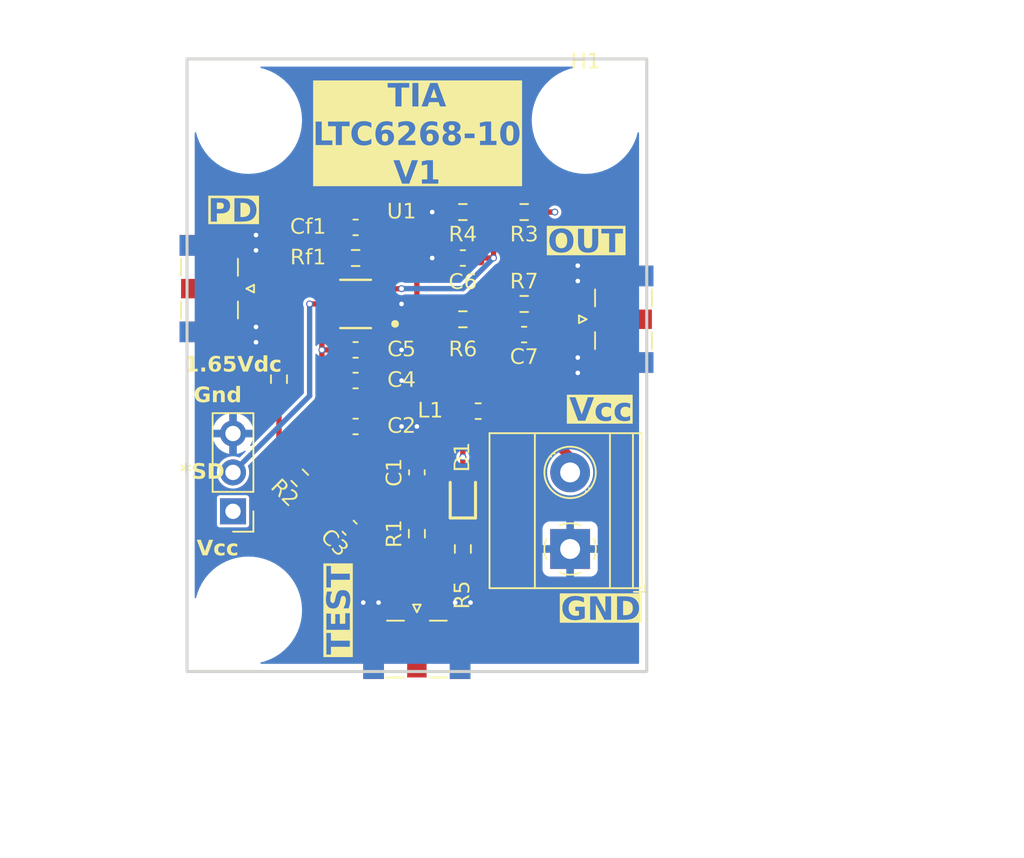
<source format=kicad_pcb>
(kicad_pcb (version 20240108) (generator "pcbnew") (generator_version "8.0")
  (layers (0 "F.Cu" signal) (1 "In1.Cu" signal) (2 "In2.Cu" signal) (31 "B.Cu" signal) (34 "B.Paste" user) (35 "F.Paste" user) (36 "B.SilkS" user "B.Silkscreen") (37 "F.SilkS" user "F.Silkscreen") (38 "B.Mask" user) (39 "F.Mask" user) (44 "Edge.Cuts" user))
  (net 0 "")
  (net 1 "GND")
  (net 2 "Net-(C1-Pad1)")
  (net 3 "Net-(J3-In)")
  (net 4 "VCC")
  (net 5 "Net-(C3-Pad2)")
  (net 6 "Net-(U1-+IN)")
  (net 7 "Net-(J4-In)")
  (net 8 "Net-(U1-OUT)")
  (net 9 "Net-(J1-In)")
  (net 10 "Net-(D1-K)")
  (net 11 "Net-(J2-Pin_2)")
  (net 12 "/Shutdown_L")
  (net 13 "Net-(JP1-A)")
  (net 14 "Net-(C7-Pad1)")
  (footprint "Connector_Coaxial:SMA_Samtec_SMA-J-P-X-ST-EM1_EdgeMount" (layer "F.Cu") (at 135.257501 70 90)
    (property "Reference" "J4")
    (property "Value" "OUT")
    (fp_line (start 0.25 -2.76) (end -0.25 -2.76) (stroke (width 0.12)) (layer "F.SilkS"))
    (fp_line (start -0.25 -2.76) (end 0 -2.26) (stroke (width 0.12)) (layer "F.SilkS"))
    (fp_line (start 0 -2.26) (end 0.25 -2.76) (stroke (width 0.12)) (layer "F.SilkS"))
    (fp_line (start 0.84 -1.71) (end 1.95 -1.71) (stroke (width 0.12)) (layer "F.SilkS"))
    (fp_line (start -1.95 -1.71) (end -0.84 -1.71) (stroke (width 0.12)) (layer "F.SilkS"))
    (fp_line (start 0.84 2) (end 1.95 2) (stroke (width 0.12)) (layer "F.SilkS"))
    (fp_line (start -1.95 2) (end -0.84 2) (stroke (width 0.12)) (layer "F.SilkS"))
    (pad "1" smd rect (at 0 0.199999 90) (size 1.27 3.6) (layers "F.Cu" "F.Paste" "F.Mask") (net 7 "Net-(J4-In)"))
    (pad "2" smd rect (at -2.825 0 90) (size 1.35 4.2) (layers "F.Cu" "F.Paste" "F.Mask") (net 1 "GND"))
    (pad "2" smd rect (at -2.825 0 90) (size 1.35 4.2) (layers "B.Cu" "B.Paste" "B.Mask") (net 1 "GND"))
    (pad "2" smd rect (at 2.825 0 90) (size 1.35 4.2) (layers "F.Cu" "F.Paste" "F.Mask") (net 1 "GND"))
    (pad "2" smd rect (at 2.825 0 90) (size 1.35 4.2) (layers "B.Cu" "B.Paste" "B.Mask") (net 1 "GND"))
  )
  (footprint "Resistor_SMD:R_0603_1608Metric_Pad0.98x0.95mm_HandSolder" (layer "F.Cu") (at 128.920001 69)
    (property "Reference" "R7" (at 0 -1.43 0) (layer "F.SilkS"))
    (property "Value" "0")
    (fp_line (start -0.254724 -0.5225) (end 0.254724 -0.5225) (stroke (width 0.12)) (layer "F.SilkS"))
    (fp_line (start -0.254724 0.5225) (end 0.254724 0.5225) (stroke (width 0.12)) (layer "F.SilkS"))
    (pad "1" smd roundrect (at -0.9125 0) (size 0.975 0.95) (layers "F.Cu" "F.Paste" "F.Mask") (net 14 "Net-(C7-Pad1)"))
    (pad "2" smd roundrect (at 0.9125 0) (size 0.975 0.95) (layers "F.Cu" "F.Paste" "F.Mask") (net 7 "Net-(J4-In)"))
  )
  (footprint "Capacitor_SMD:C_0603_1608Metric_Pad1.08x0.95mm_HandSolder" (layer "F.Cu") (at 117.920001 74)
    (property "Reference" "C4" (at 3 0 0) (layer "F.SilkS") (effects (font (thickness 0.153))))
    (property "Value" "1uF")
    (fp_line (start -0.146267 -0.51) (end 0.146267 -0.51) (stroke (width 0.12)) (layer "F.SilkS"))
    (fp_line (start -0.146267 0.51) (end 0.146267 0.51) (stroke (width 0.12)) (layer "F.SilkS"))
    (pad "1" smd roundrect (at -0.8625 0) (size 1.075 0.95) (layers "F.Cu" "F.Paste" "F.Mask") (net 4 "VCC"))
    (pad "2" smd roundrect (at 0.8625 0) (size 1.075 0.95) (layers "F.Cu" "F.Paste" "F.Mask") (net 1 "GND"))
  )
  (footprint "TerminalBlock_Phoenix:TerminalBlock_Phoenix_MKDS-1,5-2_1x02_P5.00mm_Horizontal" (layer "F.Cu") (at 131.920001 85 90)
    (property "Reference" "J2")
    (property "Value" "Vout")
    (fp_line (start 7.56 -5.261) (end 7.56 4.66) (stroke (width 0.12)) (layer "F.SilkS"))
    (fp_line (start -2.56 -5.261) (end 7.56 -5.261) (stroke (width 0.12)) (layer "F.SilkS"))
    (fp_line (start -2.56 -5.261) (end -2.56 4.66) (stroke (width 0.12)) (layer "F.SilkS"))
    (fp_line (start -2.56 -2.301) (end 7.56 -2.301) (stroke (width 0.12)) (layer "F.SilkS"))
    (fp_line (start 6.07 -1.275) (end 6.035 -1.239) (stroke (width 0.12)) (layer "F.SilkS"))
    (fp_line (start 6.275 -1.069) (end 6.228 -1.023) (stroke (width 0.12)) (layer "F.SilkS"))
    (fp_line (start 3.773 1.023) (end 3.726 1.069) (stroke (width 0.12)) (layer "F.SilkS"))
    (fp_line (start 3.966 1.239) (end 3.931 1.274) (stroke (width 0.12)) (layer "F.SilkS"))
    (fp_line (start -2.56 2.6) (end 7.56 2.6) (stroke (width 0.12)) (layer "F.SilkS"))
    (fp_line (start -2.56 4.1) (end 7.56 4.1) (stroke (width 0.12)) (layer "F.SilkS"))
    (fp_line (start -2.8 4.16) (end -2.8 4.9) (stroke (width 0.12)) (layer "F.SilkS"))
    (fp_line (start -2.56 4.66) (end 7.56 4.66) (stroke (width 0.12)) (layer "F.SilkS"))
    (fp_line (start -2.8 4.9) (end -2.3 4.9) (stroke (width 0.12)) (layer "F.SilkS"))
    (fp_arc (start -0.683042 -1.535427) (mid 0.000524 -1.680501) (end 0.684 -1.535) (stroke (width 0.12)) (layer "F.SilkS"))
    (fp_arc (start 1.535427 -0.683042) (mid 1.680501 0.000524) (end 1.535 0.684) (stroke (width 0.12)) (layer "F.SilkS"))
    (fp_arc (start -1.535427 0.683042) (mid -1.680501 -0.000524) (end -1.535 -0.684) (stroke (width 0.12)) (layer "F.SilkS"))
    (fp_arc (start 0.683318 1.534756) (mid 0.349292 1.643288) (end 0 1.68) (stroke (width 0.12)) (layer "F.SilkS"))
    (fp_arc (start 0.028805 1.680253) (mid -0.335551 1.646659) (end -0.684 1.535) (stroke (width 0.12)) (layer "F.SilkS"))
    (fp_circle (center 5 0) (end 6.68 0) (stroke (width 0.12)) (fill none) (layer "F.SilkS"))
    (pad "1" thru_hole rect (at 0 0 90) (size 2.6 2.6) (drill 1.3) (layers "*.Cu" "*.Mask") (net 1 "GND"))
    (pad "2" thru_hole circle (at 5 0 90) (size 2.6 2.6) (drill 1.3) (layers "*.Cu" "*.Mask") (net 11 "Net-(J2-Pin_2)"))
  )
  (footprint "MountingHole:MountingHole_3.2mm_M3_DIN965" (layer "F.Cu") (at 110.920001 89)
    (property "Reference" "H2" (hide yes))
    (property "Value" "M3")
    (pad "" np_thru_hole circle (at 0 0) (size 3.2 3.2) (drill 3.2) (layers "*.Cu" "*.Mask"))
  )
  (footprint "Resistor_SMD:R_0603_1608Metric_Pad0.98x0.95mm_HandSolder" (layer "F.Cu") (at 128.920001 63 180)
    (property "Reference" "R3" (at 0 -1.5 180) (layer "F.SilkS") (effects (font (thickness 0.153))))
    (property "Value" "20k")
    (fp_line (start -0.254724 0.5225) (end 0.254724 0.5225) (stroke (width 0.12)) (layer "F.SilkS"))
    (fp_line (start -0.254724 -0.5225) (end 0.254724 -0.5225) (stroke (width 0.12)) (layer "F.SilkS"))
    (pad "1" smd roundrect (at -0.9125 0 180) (size 0.975 0.95) (layers "F.Cu" "F.Paste" "F.Mask") (net 4 "VCC"))
    (pad "2" smd roundrect (at 0.9125 0 180) (size 0.975 0.95) (layers "F.Cu" "F.Paste" "F.Mask") (net 6 "Net-(U1-+IN)"))
  )
  (footprint "LumiCom_TIA:TSOT-23_S6_LIT" (layer "F.Cu") (at 117.920001 69 180)
    (property "Reference" "U1" (at -3 6 0) (layer "F.SilkS") (effects (font (thickness 0.153))))
    (property "Value" "LTC6268-10-SOT23")
    (fp_line (start 1.0033 -1.5748) (end -1.0033 -1.5748) (stroke (width 0.1524)) (layer "F.SilkS"))
    (fp_line (start -1.0033 1.5748) (end 1.0033 1.5748) (stroke (width 0.1524)) (layer "F.SilkS"))
    (fp_circle (center -2.574999 -1.3) (end -2.449998 -1.3) (stroke (width 0.25)) (fill none) (layer "F.SilkS"))
    (pad "1" smd rect (at -1.311651 -0.950001 180) (size 0.870699 0.5072) (layers "F.Cu" "F.Paste" "F.Mask") (net 8 "Net-(U1-OUT)"))
    (pad "2" smd rect (at -1.311651 0 180) (size 0.870699 0.5072) (layers "F.Cu" "F.Paste" "F.Mask") (net 1 "GND"))
    (pad "3" smd rect (at -1.311651 0.950001 180) (size 0.870699 0.5072) (layers "F.Cu" "F.Paste" "F.Mask") (net 6 "Net-(U1-+IN)"))
    (pad "4" smd rect (at 1.311651 0.950001 180) (size 0.870699 0.5072) (layers "F.Cu" "F.Paste" "F.Mask") (net 9 "Net-(J1-In)"))
    (pad "5" smd rect (at 1.311651 0 180) (size 0.870699 0.5072) (layers "F.Cu" "F.Paste" "F.Mask") (net 12 "/Shutdown_L"))
    (pad "6" smd rect (at 1.311651 -0.950001 180) (size 0.870699 0.5072) (layers "F.Cu" "F.Paste" "F.Mask") (net 4 "VCC"))
  )
  (footprint "Inductor_SMD:L_0603_1608Metric_Pad1.05x0.95mm_HandSolder" (layer "F.Cu") (at 125.920001 76 180)
    (property "Reference" "L1" (at 3.125 0 180) (layer "F.SilkS"))
    (property "Value" "BLM18BA100SN1D")
    (fp_line (start -0.171268 0.51) (end 0.171268 0.51) (stroke (width 0.12)) (layer "F.SilkS"))
    (fp_line (start -0.171268 -0.51) (end 0.171268 -0.51) (stroke (width 0.12)) (layer "F.SilkS"))
    (pad "1" smd roundrect (at -0.874999 0 180) (size 1.05 0.95) (layers "F.Cu" "F.Paste" "F.Mask") (net 11 "Net-(J2-Pin_2)"))
    (pad "2" smd roundrect (at 0.874999 0 180) (size 1.05 0.95) (layers "F.Cu" "F.Paste" "F.Mask") (net 4 "VCC"))
  )
  (footprint "Capacitor_SMD:C_0603_1608Metric_Pad1.08x0.95mm_HandSolder" (layer "F.Cu") (at 117.920001 72)
    (property "Reference" "C5" (at 3 0 0) (layer "F.SilkS") (effects (font (thickness 0.153))))
    (property "Value" "100nF")
    (fp_line (start -0.146267 -0.51) (end 0.146267 -0.51) (stroke (width 0.12)) (layer "F.SilkS"))
    (fp_line (start -0.146267 0.51) (end 0.146267 0.51) (stroke (width 0.12)) (layer "F.SilkS"))
    (pad "1" smd roundrect (at -0.862501 0) (size 1.075 0.95) (layers "F.Cu" "F.Paste" "F.Mask") (net 4 "VCC"))
    (pad "2" smd roundrect (at 0.862501 0) (size 1.075 0.95) (layers "F.Cu" "F.Paste" "F.Mask") (net 1 "GND"))
  )
  (footprint "Capacitor_SMD:C_0603_1608Metric_Pad1.08x0.95mm_HandSolder" (layer "F.Cu") (at 128.920001 71)
    (property "Reference" "C7" (at 0 1.5 0) (layer "F.SilkS") (effects (font (thickness 0.153))))
    (property "Value" "1uF")
    (fp_line (start -0.146267 -0.51) (end 0.146267 -0.51) (stroke (width 0.12)) (layer "F.SilkS"))
    (fp_line (start -0.146267 0.51) (end 0.146267 0.51) (stroke (width 0.12)) (layer "F.SilkS"))
    (pad "1" smd roundrect (at -0.8625 0) (size 1.075 0.95) (layers "F.Cu" "F.Paste" "F.Mask") (net 14 "Net-(C7-Pad1)"))
    (pad "2" smd roundrect (at 0.8625 0) (size 1.075 0.95) (layers "F.Cu" "F.Paste" "F.Mask") (net 7 "Net-(J4-In)"))
  )
  (footprint "Connector_Coaxial:SMA_Samtec_SMA-J-P-X-ST-EM1_EdgeMount" (layer "F.Cu") (at 108.530001 68 -90)
    (property "Reference" "J1")
    (property "Value" "IN")
    (fp_line (start -1.95 2) (end -0.84 2) (stroke (width 0.12)) (layer "F.SilkS"))
    (fp_line (start 0.84 2) (end 1.95 2) (stroke (width 0.12)) (layer "F.SilkS"))
    (fp_line (start -1.95 -1.71) (end -0.84 -1.71) (stroke (width 0.12)) (layer "F.SilkS"))
    (fp_line (start 0.84 -1.71) (end 1.95 -1.71) (stroke (width 0.12)) (layer "F.SilkS"))
    (fp_line (start 0 -2.26) (end 0.25 -2.76) (stroke (width 0.12)) (layer "F.SilkS"))
    (fp_line (start -0.25 -2.76) (end 0 -2.26) (stroke (width 0.12)) (layer "F.SilkS"))
    (fp_line (start 0.25 -2.76) (end -0.25 -2.76) (stroke (width 0.12)) (layer "F.SilkS"))
    (pad "1" smd rect (at 0 0.199999 270) (size 1.27 3.6) (layers "F.Cu" "F.Paste" "F.Mask") (net 9 "Net-(J1-In)"))
    (pad "2" smd rect (at -2.825 0 270) (size 1.35 4.2) (layers "F.Cu" "F.Paste" "F.Mask") (net 1 "GND"))
    (pad "2" smd rect (at -2.825 0 270) (size 1.35 4.2) (layers "B.Cu" "B.Paste" "B.Mask") (net 1 "GND"))
    (pad "2" smd rect (at 2.825 0 270) (size 1.35 4.2) (layers "F.Cu" "F.Paste" "F.Mask") (net 1 "GND"))
    (pad "2" smd rect (at 2.825 0 270) (size 1.35 4.2) (layers "B.Cu" "B.Paste" "B.Mask") (net 1 "GND"))
  )
  (footprint "Capacitor_SMD:C_0603_1608Metric_Pad1.08x0.95mm_HandSolder" (layer "F.Cu") (at 117.529881 83.60988 135)
    (property "Reference" "C3" (at 0 -1.43 -45) (layer "F.SilkS") (effects (font (thickness 0.153))))
    (property "Value" "1uF")
    (fp_line (start -0.146267 -0.51) (end 0.146267 -0.51) (stroke (width 0.12)) (layer "F.SilkS"))
    (fp_line (start -0.146267 0.51) (end 0.146267 0.51) (stroke (width 0.12)) (layer "F.SilkS"))
    (pad "1" smd roundrect (at -0.862501 0 135) (size 1.075 0.95) (layers "F.Cu" "F.Paste" "F.Mask") (net 3 "Net-(J3-In)"))
    (pad "2" smd roundrect (at 0.862501 0 135) (size 1.075 0.95) (layers "F.Cu" "F.Paste" "F.Mask") (net 5 "Net-(C3-Pad2)"))
  )
  (footprint "MountingHole:MountingHole_3.2mm_M3_DIN965" (layer "F.Cu") (at 132.920001 57)
    (property "Reference" "H1" (at 0 -3.8 0) (layer "F.SilkS"))
    (property "Value" "M3")
    (pad "" np_thru_hole circle (at 0 0) (size 3.2 3.2) (drill 3.2) (layers "*.Cu" "*.Mask"))
  )
  (footprint "Connector_Coaxial:SMA_Samtec_SMA-J-P-X-ST-EM1_EdgeMount" (layer "F.Cu") (at 121.920001 91.39)
    (property "Reference" "J3")
    (property "Value" "TEST")
    (fp_line (start -1.95 -1.71) (end -0.84 -1.71) (stroke (width 0.12)) (layer "F.SilkS"))
    (fp_line (start -1.95 2) (end -0.84 2) (stroke (width 0.12)) (layer "F.SilkS"))
    (fp_line (start -0.25 -2.76) (end 0 -2.26) (stroke (width 0.12)) (layer "F.SilkS"))
    (fp_line (start 0 -2.26) (end 0.25 -2.76) (stroke (width 0.12)) (layer "F.SilkS"))
    (fp_line (start 0.25 -2.76) (end -0.25 -2.76) (stroke (width 0.12)) (layer "F.SilkS"))
    (fp_line (start 0.84 -1.71) (end 1.95 -1.71) (stroke (width 0.12)) (layer "F.SilkS"))
    (fp_line (start 0.84 2) (end 1.95 2) (stroke (width 0.12)) (layer "F.SilkS"))
    (pad "1" smd rect (at 0 0.199999) (size 1.27 3.6) (layers "F.Cu" "F.Paste" "F.Mask") (net 3 "Net-(J3-In)"))
    (pad "2" smd rect (at -2.825 0) (size 1.35 4.2) (layers "F.Cu" "F.Paste" "F.Mask") (net 1 "GND"))
    (pad "2" smd rect (at -2.825 0) (size 1.35 4.2) (layers "B.Cu" "B.Paste" "B.Mask") (net 1 "GND"))
    (pad "2" smd rect (at 2.825 0) (size 1.35 4.2) (layers "F.Cu" "F.Paste" "F.Mask") (net 1 "GND"))
    (pad "2" smd rect (at 2.825 0) (size 1.35 4.2) (layers "B.Cu" "B.Paste" "B.Mask") (net 1 "GND"))
  )
  (footprint "Capacitor_SMD:C_0603_1608Metric_Pad1.08x0.95mm_HandSolder" (layer "F.Cu") (at 121.920001 80 90)
    (property "Reference" "C1" (at 0 -1.43 -90) (layer "F.SilkS") (effects (font (thickness 0.153))))
    (property "Value" "1uF")
    (fp_line (start -0.146267 -0.51) (end 0.146267 -0.51) (stroke (width 0.12)) (layer "F.SilkS"))
    (fp_line (start -0.146267 0.51) (end 0.146267 0.51) (stroke (width 0.12)) (layer "F.SilkS"))
    (pad "1" smd roundrect (at -0.862501 0 90) (size 1.075 0.95) (layers "F.Cu" "F.Paste" "F.Mask") (net 2 "Net-(C1-Pad1)"))
    (pad "2" smd roundrect (at 0.862501 0 90) (size 1.075 0.95) (layers "F.Cu" "F.Paste" "F.Mask") (net 1 "GND"))
  )
  (footprint "LumiCom_TIA:LEDC1608X80N" (layer "F.Cu") (at 124.920001 81.4 90)
    (property "Reference" "D1" (at 2.4 0 -90) (layer "F.SilkS") (effects (font (thickness 0.254))))
    (property "Value" "150060VS75000 " (hide yes))
    (fp_line (start 0.75 -0.825) (end -1.575 -0.825) (stroke (width 0.2)) (layer "F.SilkS"))
    (fp_line (start -1.575 -0.825) (end -1.575 0.825) (stroke (width 0.2)) (layer "F.SilkS"))
    (fp_line (start -1.575 0.825) (end 0.75 0.825) (stroke (width 0.2)) (layer "F.SilkS"))
    (pad "1" smd rect (at -0.75 0 180) (size 0.95 0.95) (layers "F.Cu" "F.Paste" "F.Mask") (net 10 "Net-(D1-K)"))
    (pad "2" smd rect (at 0.75 0 180) (size 0.95 0.95) (layers "F.Cu" "F.Paste" "F.Mask") (net 4 "VCC"))
  )
  (footprint "Capacitor_SMD:C_0603_1608Metric_Pad1.08x0.95mm_HandSolder" (layer "F.Cu") (at 117.920001 77)
    (property "Reference" "C2" (at 3 0 0) (layer "F.SilkS"))
    (property "Value" "10uF")
    (fp_line (start -0.146267 -0.51) (end 0.146267 -0.51) (stroke (width 0.12)) (layer "F.SilkS"))
    (fp_line (start -0.146267 0.51) (end 0.146267 0.51) (stroke (width 0.12)) (layer "F.SilkS"))
    (pad "1" smd roundrect (at -0.8625 0) (size 1.075 0.95) (layers "F.Cu" "F.Paste" "F.Mask") (net 4 "VCC"))
    (pad "2" smd roundrect (at 0.8625 0) (size 1.075 0.95) (layers "F.Cu" "F.Paste" "F.Mask") (net 1 "GND"))
  )
  (footprint "Resistor_SMD:R_0603_1608Metric_Pad0.98x0.95mm_HandSolder" (layer "F.Cu") (at 124.920001 70)
    (property "Reference" "R6" (at 0 2 0) (layer "F.SilkS"))
    (property "Value" "50")
    (fp_line (start -0.254724 -0.5225) (end 0.254724 -0.5225) (stroke (width 0.12)) (layer "F.SilkS"))
    (fp_line (start -0.254724 0.5225) (end 0.254724 0.5225) (stroke (width 0.12)) (layer "F.SilkS"))
    (pad "1" smd roundrect (at -0.9125 0) (size 0.975 0.95) (layers "F.Cu" "F.Paste" "F.Mask") (net 8 "Net-(U1-OUT)"))
    (pad "2" smd roundrect (at 0.9125 0) (size 0.975 0.95) (layers "F.Cu" "F.Paste" "F.Mask") (net 14 "Net-(C7-Pad1)"))
  )
  (footprint "MountingHole:MountingHole_3.2mm_M3_DIN965" (layer "F.Cu") (at 110.920001 57)
    (property "Reference" "H3" (hide yes))
    (property "Value" "M3")
    (pad "" np_thru_hole circle (at 0 0) (size 3.2 3.2) (drill 3.2) (layers "*.Cu" "*.Mask"))
  )
  (footprint "Resistor_SMD:R_0603_1608Metric_Pad0.98x0.95mm_HandSolder" (layer "F.Cu") (at 114.274766 80.354765 135)
    (property "Reference" "R2" (at 0 -1.43 -45) (layer "F.SilkS") (effects (font (thickness 0.153))))
    (property "Value" "4.02K")
    (fp_line (start -0.254724 -0.5225) (end 0.254724 -0.5225) (stroke (width 0.12)) (layer "F.SilkS"))
    (fp_line (start -0.254724 0.5225) (end 0.254724 0.5225) (stroke (width 0.12)) (layer "F.SilkS"))
    (pad "1" smd roundrect (at -0.9125 0 135) (size 0.975 0.95) (layers "F.Cu" "F.Paste" "F.Mask") (net 5 "Net-(C3-Pad2)"))
    (pad "2" smd roundrect (at 0.9125 0 135) (size 0.975 0.95) (layers "F.Cu" "F.Paste" "F.Mask") (net 13 "Net-(JP1-A)"))
  )
  (footprint "Resistor_SMD:R_0603_1608Metric_Pad0.98x0.95mm_HandSolder" (layer "F.Cu") (at 112.920001 73.9125 90)
    (property "Reference" "JP1" (hide yes))
    (property "Value" "Test")
    (fp_line (start -0.254724 -0.5225) (end 0.254724 -0.5225) (stroke (width 0.12)) (layer "F.SilkS"))
    (fp_line (start -0.254724 0.5225) (end 0.254724 0.5225) (stroke (width 0.12)) (layer "F.SilkS"))
    (pad "1" smd roundrect (at -0.9125 0 90) (size 0.975 0.95) (layers "F.Cu" "F.Paste" "F.Mask") (net 13 "Net-(JP1-A)"))
    (pad "2" smd roundrect (at 0.9125 0 90) (size 0.975 0.95) (layers "F.Cu" "F.Paste" "F.Mask") (net 9 "Net-(J1-In)"))
  )
  (footprint "Resistor_SMD:R_0603_1608Metric_Pad0.98x0.95mm_HandSolder" (layer "F.Cu") (at 124.920001 85 -90)
    (property "Reference" "R5" (at 3 0 90) (layer "F.SilkS"))
    (property "Value" "1k2")
    (fp_line (start -0.254724 0.5225) (end 0.254724 0.5225) (stroke (width 0.12)) (layer "F.SilkS"))
    (fp_line (start -0.254724 -0.5225) (end 0.254724 -0.5225) (stroke (width 0.12)) (layer "F.SilkS"))
    (pad "1" smd roundrect (at -0.9125 0 270) (size 0.975 0.95) (layers "F.Cu" "F.Paste" "F.Mask") (net 10 "Net-(D1-K)"))
    (pad "2" smd roundrect (at 0.9125 0 270) (size 0.975 0.95) (layers "F.Cu" "F.Paste" "F.Mask") (net 1 "GND"))
  )
  (footprint "Resistor_SMD:R_0603_1608Metric_Pad0.98x0.95mm_HandSolder" (layer "F.Cu") (at 124.920001 63 180)
    (property "Reference" "R4" (at 0 -1.5 180) (layer "F.SilkS") (effects (font (thickness 0.153))))
    (property "Value" "20k")
    (fp_line (start -0.254724 0.5225) (end 0.254724 0.5225) (stroke (width 0.12)) (layer "F.SilkS"))
    (fp_line (start -0.254724 -0.5225) (end 0.254724 -0.5225) (stroke (width 0.12)) (layer "F.SilkS"))
    (pad "1" smd roundrect (at -0.9125 0 180) (size 0.975 0.95) (layers "F.Cu" "F.Paste" "F.Mask") (net 6 "Net-(U1-+IN)"))
    (pad "2" smd roundrect (at 0.9125 0 180) (size 0.975 0.95) (layers "F.Cu" "F.Paste" "F.Mask") (net 1 "GND"))
  )
  (footprint "Resistor_SMD:R_0603_1608Metric_Pad0.98x0.95mm_HandSolder" (layer "F.Cu") (at 117.920001 66)
    (property "Reference" "Rf1" (at -3.1 0 0) (layer "F.SilkS") (effects (font (thickness 0.153))))
    (property "Value" "10K")
    (fp_line (start -0.254724 -0.5225) (end 0.254724 -0.5225) (stroke (width 0.12)) (layer "F.SilkS"))
    (fp_line (start -0.254724 0.5225) (end 0.254724 0.5225) (stroke (width 0.12)) (layer "F.SilkS"))
    (pad "1" smd roundrect (at -0.9125 0) (size 0.975 0.95) (layers "F.Cu" "F.Paste" "F.Mask") (net 9 "Net-(J1-In)"))
    (pad "2" smd roundrect (at 0.9125 0) (size 0.975 0.95) (layers "F.Cu" "F.Paste" "F.Mask") (net 8 "Net-(U1-OUT)"))
  )
  (footprint "Connector_PinHeader_2.54mm:PinHeader_1x03_P2.54mm_Vertical" (layer "F.Cu") (at 109.920001 82.54 180)
    (property "Reference" "SD_L1" (hide yes))
    (property "Value" "SD_L")
    (fp_line (start 1.33 1.270001) (end 1.33 6.409999) (stroke (width 0.12)) (layer "F.SilkS"))
    (fp_line (start -1.33 6.409999) (end 1.33 6.409999) (stroke (width 0.12)) (layer "F.SilkS"))
    (fp_line (start -1.33 1.270001) (end 1.33 1.270001) (stroke (width 0.12)) (layer "F.SilkS"))
    (fp_line (start -1.33 1.270001) (end -1.33 6.409999) (stroke (width 0.12)) (layer "F.SilkS"))
    (fp_line (start -1.33 0) (end -1.33 -1.33) (stroke (width 0.12)) (layer "F.SilkS"))
    (fp_line (start -1.33 -1.33) (end 0 -1.33) (stroke (width 0.12)) (layer "F.SilkS"))
    (pad "1" thru_hole rect (at 0 0 180) (size 1.7 1.7) (drill 1) (layers "*.Cu" "*.Mask") (net 4 "VCC"))
    (pad "2" thru_hole oval (at 0 2.54 180) (size 1.7 1.7) (drill 1) (layers "*.Cu" "*.Mask") (net 12 "/Shutdown_L"))
    (pad "3" thru_hole oval (at 0 5.079999 180) (size 1.7 1.7) (drill 1) (layers "*.Cu" "*.Mask") (net 1 "GND"))
  )
  (footprint "Resistor_SMD:R_0603_1608Metric_Pad0.98x0.95mm_HandSolder" (layer "F.Cu") (at 121.920001 84 90)
    (property "Reference" "R1" (at 0 -1.43 -90) (layer "F.SilkS") (effects (font (thickness 0.153))))
    (property "Value" "50")
    (fp_line (start -0.254724 -0.5225) (end 0.254724 -0.5225) (stroke (width 0.12)) (layer "F.SilkS"))
    (fp_line (start -0.254724 0.5225) (end 0.254724 0.5225) (stroke (width 0.12)) (layer "F.SilkS"))
    (pad "1" smd roundrect (at -0.9125 0 90) (size 0.975 0.95) (layers "F.Cu" "F.Paste" "F.Mask") (net 3 "Net-(J3-In)"))
    (pad "2" smd roundrect (at 0.9125 0 90) (size 0.975 0.95) (layers "F.Cu" "F.Paste" "F.Mask") (net 2 "Net-(C1-Pad1)"))
  )
  (footprint "Capacitor_SMD:C_0603_1608Metric_Pad1.08x0.95mm_HandSolder" (layer "F.Cu") (at 124.920001 66 180)
    (property "Reference" "C6" (at 0 -1.6 180) (layer "F.SilkS") (effects (font (thickness 0.153))))
    (property "Value" "10uF")
    (fp_line (start -0.146267 0.51) (end 0.146267 0.51) (stroke (width 0.12)) (layer "F.SilkS"))
    (fp_line (start -0.146267 -0.51) (end 0.146267 -0.51) (stroke (width 0.12)) (layer "F.SilkS"))
    (pad "1" smd roundrect (at -0.8625 0 180) (size 1.075 0.95) (layers "F.Cu" "F.Paste" "F.Mask") (net 6 "Net-(U1-+IN)"))
    (pad "2" smd roundrect (at 0.8625 0 180) (size 1.075 0.95) (layers "F.Cu" "F.Paste" "F.Mask") (net 1 "GND"))
  )
  (footprint "Capacitor_SMD:C_0603_1608Metric_Pad1.08x0.95mm_HandSolder" (layer "F.Cu") (at 117.920001 64)
    (property "Reference" "Cf1" (at -3.1 0 0) (layer "F.SilkS") (effects (font (thickness 0.153))))
    (property "Value" "10uF")
    (fp_line (start -0.146267 -0.51) (end 0.146267 -0.51) (stroke (width 0.12)) (layer "F.SilkS"))
    (fp_line (start -0.146267 0.51) (end 0.146267 0.51) (stroke (width 0.12)) (layer "F.SilkS"))
    (pad "1" smd roundrect (at -0.8625 0) (size 1.075 0.95) (layers "F.Cu" "F.Paste" "F.Mask") (net 9 "Net-(J1-In)"))
    (pad "2" smd roundrect (at 0.8625 0) (size 1.075 0.95) (layers "F.Cu" "F.Paste" "F.Mask") (net 8 "Net-(U1-OUT)"))
  )
  (gr_rect (start 106.920001 53) (end 136.920001 93) (stroke (width 0.2)) (fill none) (layer "Edge.Cuts"))
  (gr_text "1.65Vdc" (at 109.920001 73 0) (layer "F.SilkS") (effects (font (size 1 1) (thickness 0.25) (bold yes))))
  (gr_text "Gnd" (at 108.920001 75 0) (layer "F.SilkS") (effects (font (size 1 1) (thickness 0.25) (bold yes))))
  (gr_text "*SD" (at 107.920001 80 0) (layer "F.SilkS") (effects (font (size 1 1) (thickness 0.25) (bold yes))))
  (gr_text "Vcc" (at 133.920001 76 0) (layer "F.SilkS" knockout) (effects (font (size 1.5 1.5) (thickness 0.3) (bold yes) (italic yes))))
  (gr_text "OUT" (at 132.920001 65 0) (layer "F.SilkS" knockout) (effects (font (size 1.5 1.5) (thickness 0.3) (bold yes) (italic yes))))
  (gr_text "TIA\nLTC6268-10\nV1" (at 121.920001 58 0) (layer "F.SilkS" knockout) (effects (font (size 1.5 1.5) (thickness 0.3) (bold yes) (italic yes))))
  (gr_text "GND" (at 133.920001 89 0) (layer "F.SilkS" knockout) (effects (font (size 1.5 1.5) (thickness 0.3) (bold yes) (italic yes))))
  (gr_text "PD" (at 109.920001 63 0) (layer "F.SilkS" knockout) (effects (font (size 1.5 1.5) (thickness 0.3) (bold yes) (italic yes))))
  (gr_text "Vcc" (at 108.920001 85 0) (layer "F.SilkS") (effects (font (size 1 1) (thickness 0.25) (bold yes))))
  (gr_text "TEST" (at 116.920001 89 90) (layer "F.SilkS" knockout) (effects (font (size 1.5 1.5) (thickness 0.3) (bold yes) (italic yes))))
  (segment (start 108.855001 65.5) (end 108.530001 65.175) (width 0.3493) (layer "F.Cu") (net 1))
  (segment (start 111.420001 70.5) (end 108.855001 70.5) (width 0.3493) (layer "F.Cu") (net 1))
  (segment (start 135.810001 72.825) (end 135.485001 72.5) (width 0.3493) (layer "F.Cu") (net 1))
  (segment (start 132.420001 67.5) (end 135.485001 67.5) (width 0.3493) (layer "F.Cu") (net 1))
  (segment (start 135.485001 72.5) (end 132.420001 72.5) (width 0.3493) (layer "F.Cu") (net 1))
  (segment (start 120.920001 72) (end 118.782502 72) (width 0.3493) (layer "F.Cu") (net 1))
  (segment (start 135.485001 67.5) (end 135.810001 67.175) (width 0.3493) (layer "F.Cu") (net 1))
  (segment (start 125.420001 90.715) (end 124.745001 91.39) (width 0.3493) (layer "F.Cu") (net 1))
  (segment (start 122.920001 63) (end 124.007501 63) (width 0.3493) (layer "F.Cu") (net 1))
  (segment (start 108.855001 70.5) (end 108.530001 70.825) (width 0.3493) (layer "F.Cu") (net 1))
  (segment (start 125.420001 88.5) (end 125.420001 90.715) (width 0.3493) (layer "F.Cu") (net 1))
  (segment (start 111.420001 64.5) (end 109.205001 64.5) (width 0.3493) (layer "F.Cu") (net 1))
  (segment (start 118.782501 77) (end 120.920001 77) (width 0.3493) (layer "F.Cu") (net 1))
  (segment (start 135.135001 73.5) (end 135.810001 72.825) (width 0.3493) (layer "F.Cu") (net 1))
  (segment (start 111.420001 71.5) (end 109.205001 71.5) (width 0.3493) (layer "F.Cu") (net 1))
  (segment (start 109.205001 71.5) (end 108.530001 70.825) (width 0.3493) (layer "F.Cu") (net 1))
  (segment (start 124.420001 88.5) (end 124.420001 91.065) (width 0.3493) (layer "F.Cu") (net 1))
  (segment (start 118.420001 90.715) (end 119.095001 91.39) (width 0.3493) (layer "F.Cu") (net 1))
  (segment (start 111.420001 65.5) (end 108.855001 65.5) (width 0.3493) (layer "F.Cu") (net 1))
  (segment (start 135.135001 66.5) (end 132.420001 66.5) (width 0.3493) (layer "F.Cu") (net 1))
  (segment (start 124.420001 91.065) (end 124.745001 91.39) (width 0.3493) (layer "F.Cu") (net 1))
  (segment (start 109.205001 64.5) (end 108.530001 65.175) (width 0.3493) (layer "F.Cu") (net 1))
  (segment (start 119.420001 88.5) (end 119.420001 91.065) (width 0.3493) (layer "F.Cu") (net 1))
  (segment (start 121.920001 79.137499) (end 121.920001 77) (width 0.3493) (layer "F.Cu") (net 1))
  (segment (start 135.810001 67.175) (end 135.135001 66.5) (width 0.3493) (layer "F.Cu") (net 1))
  (segment (start 119.420001 91.065) (end 119.095001 91.39) (width 0.3493) (layer "F.Cu") (net 1))
  (segment (start 122.920001 66) (end 124.057501 66) (width 0.3493) (layer "F.Cu") (net 1))
  (segment (start 119.231652 69) (end 120.920001 69) (width 0.3493) (layer "F.Cu") (net 1))
  (segment (start 118.420001 88.5) (end 118.420001 90.715) (width 0.3493) (layer "F.Cu") (net 1))
  (segment (start 124.920001 88) (end 124.420001 88.5) (width 0.3493) (layer "F.Cu") (net 1))
  (segment (start 120.920001 74) (end 118.782501 74) (width 0.3493) (layer "F.Cu") (net 1))
  (segment (start 132.420001 73.5) (end 135.135001 73.5) (width 0.3493) (layer "F.Cu") (net 1))
  (segment (start 124.920001 85.9125) (end 124.920001 88) (width 0.3493) (layer "F.Cu") (net 1))
  (via (at 132.420001 66.5) (size 0.45) (drill 0.3) (layers "F.Cu" "B.Cu") (net 1))
  (via (at 132.420001 67.5) (size 0.45) (drill 0.3) (layers "F.Cu" "B.Cu") (net 1))
  (via (at 132.420001 73.5) (size 0.45) (drill 0.3) (layers "F.Cu" "B.Cu") (net 1))
  (via (at 122.920001 66) (size 0.45) (drill 0.3) (layers "F.Cu" "B.Cu") (net 1))
  (via (at 118.420001 88.5) (size 0.45) (drill 0.3) (layers "F.Cu" "B.Cu") (net 1))
  (via (at 120.920001 74) (size 0.45) (drill 0.3) (layers "F.Cu" "B.Cu") (net 1))
  (via (at 120.920001 72) (size 0.45) (drill 0.3) (layers "F.Cu" "B.Cu") (net 1))
  (via (at 111.420001 64.5) (size 0.45) (drill 0.3) (layers "F.Cu" "B.Cu") (net 1))
  (via (at 120.920001 69) (size 0.45) (drill 0.3) (layers "F.Cu" "B.Cu") (net 1))
  (via (at 121.920001 77) (size 0.45) (drill 0.3) (layers "F.Cu" "B.Cu") (net 1))
  (via (at 132.420001 72.5) (size 0.45) (drill 0.3) (layers "F.Cu" "B.Cu") (net 1))
  (via (at 124.420001 88.5) (size 0.45) (drill 0.3) (layers "F.Cu" "B.Cu") (net 1))
  (via (at 125.420001 88.5) (size 0.45) (drill 0.3) (layers "F.Cu" "B.Cu") (net 1))
  (via (at 122.920001 63) (size 0.45) (drill 0.3) (layers "F.Cu" "B.Cu") (net 1))
  (via (at 119.420001 88.5) (size 0.45) (drill 0.3) (layers "F.Cu" "B.Cu") (net 1))
  (via (at 111.420001 70.5) (size 0.45) (drill 0.3) (layers "F.Cu" "B.Cu") (net 1))
  (via (at 120.920001 77) (size 0.45) (drill 0.3) (layers "F.Cu" "B.Cu") (net 1))
  (via (at 111.420001 65.5) (size 0.45) (drill 0.3) (layers "F.Cu" "B.Cu") (net 1))
  (via (at 111.420001 71.5) (size 0.45) (drill 0.3) (layers "F.Cu" "B.Cu") (net 1))
  (segment (start 121.920001 83.0875) (end 121.920001 80.862501) (width 0.3493) (layer "F.Cu") (net 2))
  (segment (start 121.920001 84.9125) (end 118.832501 84.9125) (width 0.3493) (layer "F.Cu") (net 3))
  (segment (start 121.920001 90.09) (end 121.920001 84.9125) (width 0.3493) (layer "F.Cu") (net 3))
  (segment (start 118.832501 84.9125) (end 118.139761 84.21976) (width 0.3493) (layer "F.Cu") (net 3))
  (segment (start 115.920001 74) (end 115.720001 74.2) (width 0.3493) (layer "F.Cu") (net 4))
  (segment (start 116.920001 77) (end 115.720001 75.8) (width 0.3493) (layer "F.Cu") (net 4))
  (segment (start 124.920001 76.125001) (end 125.045002 76) (width 0.3493) (layer "F.Cu") (net 4))
  (segment (start 115.720001 70.3) (end 116.07 69.950001) (width 0.3493) (layer "F.Cu") (net 4))
  (segment (start 116.07 69.950001) (end 116.60835 69.950001) (width 0.3493) (layer "F.Cu") (net 4))
  (segment (start 124.920001 79) (end 124.920001 76.125001) (width 0.3493) (layer "F.Cu") (net 4))
  (segment (start 129.832501 63) (end 130.920001 63) (width 0.3493) (layer "F.Cu") (net 4))
  (segment (start 117.057501 74) (end 115.920001 74) (width 0.3493) (layer "F.Cu") (net 4))
  (segment (start 115.720001 74.2) (end 115.720001 73.8) (width 0.3493) (layer "F.Cu") (net 4))
  (segment (start 124.920001 80.65) (end 124.920001 79) (width 0.3493) (layer "F.Cu") (net 4))
  (segment (start 115.720001 73.8) (end 115.720001 72) (width 0.3493) (layer "F.Cu") (net 4))
  (segment (start 115.720001 72) (end 117.0575 72) (width 0.3493) (layer "F.Cu") (net 4))
  (segment (start 115.720001 72) (end 115.720001 70.3) (width 0.3493) (layer "F.Cu") (net 4))
  (segment (start 115.720001 75.8) (end 115.720001 73.8) (width 0.3493) (layer "F.Cu") (net 4))
  (segment (start 117.057501 77) (end 116.920001 77) (width 0.3493) (layer "F.Cu") (net 4))
  (via (at 124.920001 79) (size 0.45) (drill 0.3) (layers "F.Cu" "B.Cu") (net 4))
  (via (at 130.920001 63) (size 0.45) (drill 0.3) (layers "F.Cu" "B.Cu") (net 4))
  (via (at 115.720001 72) (size 0.45) (drill 0.3) (layers "F.Cu" "B.Cu") (net 4))
  (segment (start 116.920001 83) (end 114.920001 81) (width 0.3493) (layer "F.Cu") (net 5))
  (segment (start 125.832501 63) (end 128.007501 63) (width 0.3493) (layer "F.Cu") (net 6))
  (segment (start 119.231652 68.049999) (end 120.920001 68) (width 0.3493) (layer "F.Cu") (net 6))
  (segment (start 126.920001 66) (end 125.782501 66) (width 0.3493) (layer "F.Cu") (net 6))
  (segment (start 126.920001 66) (end 126.920001 63) (width 0.3493) (layer "F.Cu") (net 6))
  (via (at 126.920001 66) (size 0.45) (drill 0.3) (layers "F.Cu" "B.Cu") (net 6))
  (via (at 120.920001 68) (size 0.45) (drill 0.3) (layers "F.Cu" "B.Cu") (net 6))
  (segment (start 126.920001 66) (end 124.920001 68) (width 0.3493) (layer "B.Cu") (net 6))
  (segment (start 124.920001 68) (end 120.920001 68) (width 0.3493) (layer "B.Cu") (net 6))
  (segment (start 129.832501 69) (end 130.832501 70) (width 0.3493) (layer "F.Cu") (net 7))
  (segment (start 130.832501 70) (end 134.510001 70) (width 0.3493) (layer "F.Cu") (net 7))
  (segment (start 130.832501 70) (end 130.782501 70) (width 0.3493) (layer "F.Cu") (net 7))
  (segment (start 130.782501 70) (end 129.782501 71) (width 0.3493) (layer "F.Cu") (net 7))
  (segment (start 123.957502 69.950001) (end 124.007501 70) (width 0.3493) (layer "F.Cu") (net 8))
  (segment (start 121.920001 69.950001) (end 123.957502 69.950001) (width 0.3493) (layer "F.Cu") (net 8))
  (segment (start 121.920001 66) (end 121.920001 65) (width 0.3493) (layer "F.Cu") (net 8))
  (segment (start 121.920001 65) (end 120.920001 64) (width 0.3493) (layer "F.Cu") (net 8))
  (segment (start 119.231652 69.950001) (end 121.920001 69.950001) (width 0.3493) (layer "F.Cu") (net 8))
  (segment (start 120.920001 64) (end 118.782501 64) (width 0.3493) (layer "F.Cu") (net 8))
  (segment (start 121.920001 69.950001) (end 121.920001 66) (width 0.3493) (layer "F.Cu") (net 8))
  (segment (start 118.832501 66) (end 121.920001 66) (width 0.3493) (layer "F.Cu") (net 8))
  (segment (start 124.007501 70) (end 123.007501 70) (width 0.3493) (layer "F.Cu") (net 8))
  (segment (start 112.920001 69) (end 113.920001 68) (width 0.3493) (layer "F.Cu") (net 9))
  (segment (start 114.920001 65) (end 114.920001 68) (width 0.3493) (layer "F.Cu") (net 9))
  (segment (start 109.830001 68) (end 113.920001 68) (width 0.3493) (layer "F.Cu") (net 9))
  (segment (start 114.920001 68) (end 116.487642 68) (width 0.3493) (layer "F.Cu") (net 9))
  (segment (start 117.007501 66) (end 114.920001 66) (width 0.3493) (layer "F.Cu") (net 9))
  (segment (start 112.920001 73) (end 112.920001 69) (width 0.3493) (layer "F.Cu") (net 9))
  (segment (start 117.0575 64) (end 115.920001 64) (width 0.3493) (layer "F.Cu") (net 9))
  (segment (start 115.920001 64) (end 114.920001 65) (width 0.3493) (layer "F.Cu") (net 9))
  (segment (start 113.920001 68) (end 114.920001 68) (width 0.3493) (layer "F.Cu") (net 9))
  (arc (start 116.487642 68) (mid 116.552968 68.012995) (end 116.60835 68.049999) (width 0.3493) (layer "F.Cu") (net 9))
  (segment (start 124.920001 84.0875) (end 124.920001 82.15) (width 0.3493) (layer "F.Cu") (net 10))
  (segment (start 131.920001 79) (end 128.920001 76) (width 0.6) (layer "F.Cu") (net 11))
  (segment (start 131.920001 80) (end 131.920001 79) (width 0.6) (layer "F.Cu") (net 11))
  (segment (start 128.920001 76) (end 126.795 76) (width 0.6) (layer "F.Cu") (net 11))
  (segment (start 114.920001 69) (end 116.60835 69) (width 0.3493) (layer "F.Cu") (net 12))
  (via (at 114.920001 69) (size 0.45) (drill 0.3) (layers "F.Cu" "B.Cu") (net 12))
  (segment (start 114.920001 69) (end 114.920001 75) (width 0.3493) (layer "B.Cu") (net 12))
  (segment (start 114.920001 75) (end 109.920001 80) (width 0.3493) (layer "B.Cu") (net 12))
  (segment (start 112.920001 79) (end 112.920001 74.825) (width 0.3493) (layer "F.Cu") (net 13))
  (segment (start 113.629531 79.70953) (end 112.920001 79) (width 0.3493) (layer "F.Cu") (net 13))
  (segment (start 127.007501 70) (end 128.007501 69) (width 0.3493) (layer "F.Cu") (net 14))
  (segment (start 125.832501 70) (end 126.920001 70) (width 0.3493) (layer "F.Cu") (net 14))
  (segment (start 127.057501 70) (end 128.057501 71) (width 0.3493) (layer "F.Cu") (net 14))
  (segment (start 126.920001 70) (end 127.057501 70) (width 0.3493) (layer "F.Cu") (net 14))
  (segment (start 126.920001 70) (end 127.007501 70) (width 0.3493) (layer "F.Cu") (net 14))
  (zone (net 1) (net_name "GND") (layers "In1.Cu" "B.Cu") (connect_pads thru_hole_only (clearance 0.1)) (min_thickness 0.1) (fill yes (thermal_gap 0.5) (thermal_bridge_width 0.5))
    (polygon (pts (xy 107.420001 53.5) (xy 136.420001 53.5) (xy 136.420001 92.5) (xy 107.420001 92.5)))
  )
)
</source>
